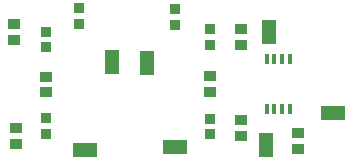
<source format=gbp>
%FSLAX23Y23*%
%MOIN*%
%SFA1B1*%

%IPPOS*%
%ADD16R,0.080710X0.045280*%
%ADD18R,0.016540X0.035000*%
%ADD32R,0.045280X0.080710*%
%ADD33R,0.037400X0.033470*%
%ADD34R,0.039370X0.035430*%
%LNegt_can-1*%
%LPD*%
G54D16*
X1229Y75D03*
X1755Y188D03*
X926Y63D03*
G54D18*
X1610Y202D03*
X1584D03*
X1559D03*
X1533D03*
X1610Y367D03*
X1584D03*
X1559D03*
X1533D03*
G54D32*
X1016Y356D03*
X1135Y354D03*
X1531Y82D03*
X1542Y456D03*
G54D33*
X1344Y117D03*
Y168D03*
Y415D03*
Y466D03*
X1226Y533D03*
Y482D03*
X906Y536D03*
Y485D03*
X798Y170D03*
Y119D03*
X799Y458D03*
Y407D03*
G54D34*
X1447Y415D03*
Y468D03*
X1344Y258D03*
Y311D03*
X1448Y112D03*
Y165D03*
X1636Y68D03*
Y121D03*
X698Y137D03*
Y84D03*
X692Y484D03*
Y431D03*
X797Y309D03*
Y256D03*
M02*
</source>
